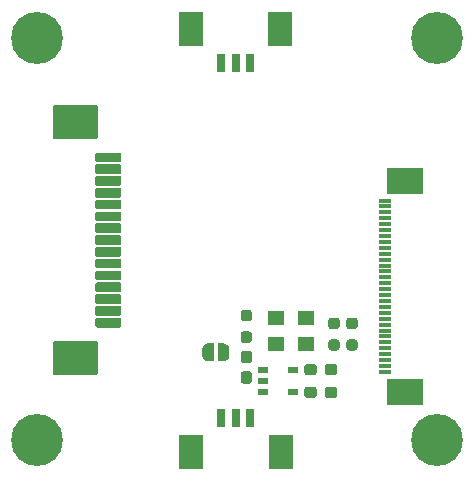
<source format=gbr>
%TF.GenerationSoftware,KiCad,Pcbnew,5.1.12-84ad8e8a86~92~ubuntu18.04.1*%
%TF.CreationDate,2023-09-10T20:05:29+07:00*%
%TF.ProjectId,RPi_FFC_15P-EYECLOUDAI_2MGSMOD_AR0234-ADAPTER,5250695f-4646-4435-9f31-35502d455945,rev?*%
%TF.SameCoordinates,Original*%
%TF.FileFunction,Soldermask,Top*%
%TF.FilePolarity,Negative*%
%FSLAX46Y46*%
G04 Gerber Fmt 4.6, Leading zero omitted, Abs format (unit mm)*
G04 Created by KiCad (PCBNEW 5.1.12-84ad8e8a86~92~ubuntu18.04.1) date 2023-09-10 20:05:29*
%MOMM*%
%LPD*%
G01*
G04 APERTURE LIST*
%ADD10R,1.100000X0.300000*%
%ADD11R,3.100000X2.300000*%
%ADD12R,1.400000X1.200000*%
%ADD13R,0.952500X0.508000*%
%ADD14R,2.100000X3.000000*%
%ADD15R,0.800000X1.600000*%
%ADD16C,0.100000*%
%ADD17C,4.400000*%
G04 APERTURE END LIST*
%TO.C,J1*%
G36*
G01*
X110099600Y-103113000D02*
X112099600Y-103113000D01*
G75*
G02*
X112201600Y-103215000I0J-102000D01*
G01*
X112201600Y-103825000D01*
G75*
G02*
X112099600Y-103927000I-102000J0D01*
G01*
X110099600Y-103927000D01*
G75*
G02*
X109997600Y-103825000I0J102000D01*
G01*
X109997600Y-103215000D01*
G75*
G02*
X110099600Y-103113000I102000J0D01*
G01*
G37*
G36*
G01*
X110099600Y-102113000D02*
X112099600Y-102113000D01*
G75*
G02*
X112201600Y-102215000I0J-102000D01*
G01*
X112201600Y-102825000D01*
G75*
G02*
X112099600Y-102927000I-102000J0D01*
G01*
X110099600Y-102927000D01*
G75*
G02*
X109997600Y-102825000I0J102000D01*
G01*
X109997600Y-102215000D01*
G75*
G02*
X110099600Y-102113000I102000J0D01*
G01*
G37*
G36*
G01*
X110099600Y-101113000D02*
X112099600Y-101113000D01*
G75*
G02*
X112201600Y-101215000I0J-102000D01*
G01*
X112201600Y-101825000D01*
G75*
G02*
X112099600Y-101927000I-102000J0D01*
G01*
X110099600Y-101927000D01*
G75*
G02*
X109997600Y-101825000I0J102000D01*
G01*
X109997600Y-101215000D01*
G75*
G02*
X110099600Y-101113000I102000J0D01*
G01*
G37*
G36*
G01*
X110099600Y-100113000D02*
X112099600Y-100113000D01*
G75*
G02*
X112201600Y-100215000I0J-102000D01*
G01*
X112201600Y-100825000D01*
G75*
G02*
X112099600Y-100927000I-102000J0D01*
G01*
X110099600Y-100927000D01*
G75*
G02*
X109997600Y-100825000I0J102000D01*
G01*
X109997600Y-100215000D01*
G75*
G02*
X110099600Y-100113000I102000J0D01*
G01*
G37*
G36*
G01*
X110099600Y-99113000D02*
X112099600Y-99113000D01*
G75*
G02*
X112201600Y-99215000I0J-102000D01*
G01*
X112201600Y-99825000D01*
G75*
G02*
X112099600Y-99927000I-102000J0D01*
G01*
X110099600Y-99927000D01*
G75*
G02*
X109997600Y-99825000I0J102000D01*
G01*
X109997600Y-99215000D01*
G75*
G02*
X110099600Y-99113000I102000J0D01*
G01*
G37*
G36*
G01*
X110099600Y-98113000D02*
X112099600Y-98113000D01*
G75*
G02*
X112201600Y-98215000I0J-102000D01*
G01*
X112201600Y-98825000D01*
G75*
G02*
X112099600Y-98927000I-102000J0D01*
G01*
X110099600Y-98927000D01*
G75*
G02*
X109997600Y-98825000I0J102000D01*
G01*
X109997600Y-98215000D01*
G75*
G02*
X110099600Y-98113000I102000J0D01*
G01*
G37*
G36*
G01*
X110099600Y-97113000D02*
X112099600Y-97113000D01*
G75*
G02*
X112201600Y-97215000I0J-102000D01*
G01*
X112201600Y-97825000D01*
G75*
G02*
X112099600Y-97927000I-102000J0D01*
G01*
X110099600Y-97927000D01*
G75*
G02*
X109997600Y-97825000I0J102000D01*
G01*
X109997600Y-97215000D01*
G75*
G02*
X110099600Y-97113000I102000J0D01*
G01*
G37*
G36*
G01*
X110099600Y-96113000D02*
X112099600Y-96113000D01*
G75*
G02*
X112201600Y-96215000I0J-102000D01*
G01*
X112201600Y-96825000D01*
G75*
G02*
X112099600Y-96927000I-102000J0D01*
G01*
X110099600Y-96927000D01*
G75*
G02*
X109997600Y-96825000I0J102000D01*
G01*
X109997600Y-96215000D01*
G75*
G02*
X110099600Y-96113000I102000J0D01*
G01*
G37*
G36*
G01*
X110099600Y-95113000D02*
X112099600Y-95113000D01*
G75*
G02*
X112201600Y-95215000I0J-102000D01*
G01*
X112201600Y-95825000D01*
G75*
G02*
X112099600Y-95927000I-102000J0D01*
G01*
X110099600Y-95927000D01*
G75*
G02*
X109997600Y-95825000I0J102000D01*
G01*
X109997600Y-95215000D01*
G75*
G02*
X110099600Y-95113000I102000J0D01*
G01*
G37*
G36*
G01*
X110099600Y-89113000D02*
X112099600Y-89113000D01*
G75*
G02*
X112201600Y-89215000I0J-102000D01*
G01*
X112201600Y-89825000D01*
G75*
G02*
X112099600Y-89927000I-102000J0D01*
G01*
X110099600Y-89927000D01*
G75*
G02*
X109997600Y-89825000I0J102000D01*
G01*
X109997600Y-89215000D01*
G75*
G02*
X110099600Y-89113000I102000J0D01*
G01*
G37*
G36*
G01*
X110099600Y-90113000D02*
X112099600Y-90113000D01*
G75*
G02*
X112201600Y-90215000I0J-102000D01*
G01*
X112201600Y-90825000D01*
G75*
G02*
X112099600Y-90927000I-102000J0D01*
G01*
X110099600Y-90927000D01*
G75*
G02*
X109997600Y-90825000I0J102000D01*
G01*
X109997600Y-90215000D01*
G75*
G02*
X110099600Y-90113000I102000J0D01*
G01*
G37*
G36*
G01*
X106499600Y-85088000D02*
X110099600Y-85088000D01*
G75*
G02*
X110201600Y-85190000I0J-102000D01*
G01*
X110201600Y-87870000D01*
G75*
G02*
X110099600Y-87972000I-102000J0D01*
G01*
X106499600Y-87972000D01*
G75*
G02*
X106397600Y-87870000I0J102000D01*
G01*
X106397600Y-85190000D01*
G75*
G02*
X106499600Y-85088000I102000J0D01*
G01*
G37*
G36*
G01*
X106499600Y-105068000D02*
X110099600Y-105068000D01*
G75*
G02*
X110201600Y-105170000I0J-102000D01*
G01*
X110201600Y-107850000D01*
G75*
G02*
X110099600Y-107952000I-102000J0D01*
G01*
X106499600Y-107952000D01*
G75*
G02*
X106397600Y-107850000I0J102000D01*
G01*
X106397600Y-105170000D01*
G75*
G02*
X106499600Y-105068000I102000J0D01*
G01*
G37*
G36*
G01*
X110099600Y-91113000D02*
X112099600Y-91113000D01*
G75*
G02*
X112201600Y-91215000I0J-102000D01*
G01*
X112201600Y-91825000D01*
G75*
G02*
X112099600Y-91927000I-102000J0D01*
G01*
X110099600Y-91927000D01*
G75*
G02*
X109997600Y-91825000I0J102000D01*
G01*
X109997600Y-91215000D01*
G75*
G02*
X110099600Y-91113000I102000J0D01*
G01*
G37*
G36*
G01*
X110099600Y-94113000D02*
X112099600Y-94113000D01*
G75*
G02*
X112201600Y-94215000I0J-102000D01*
G01*
X112201600Y-94825000D01*
G75*
G02*
X112099600Y-94927000I-102000J0D01*
G01*
X110099600Y-94927000D01*
G75*
G02*
X109997600Y-94825000I0J102000D01*
G01*
X109997600Y-94215000D01*
G75*
G02*
X110099600Y-94113000I102000J0D01*
G01*
G37*
G36*
G01*
X110099600Y-92113000D02*
X112099600Y-92113000D01*
G75*
G02*
X112201600Y-92215000I0J-102000D01*
G01*
X112201600Y-92825000D01*
G75*
G02*
X112099600Y-92927000I-102000J0D01*
G01*
X110099600Y-92927000D01*
G75*
G02*
X109997600Y-92825000I0J102000D01*
G01*
X109997600Y-92215000D01*
G75*
G02*
X110099600Y-92113000I102000J0D01*
G01*
G37*
G36*
G01*
X110099600Y-93113000D02*
X112099600Y-93113000D01*
G75*
G02*
X112201600Y-93215000I0J-102000D01*
G01*
X112201600Y-93825000D01*
G75*
G02*
X112099600Y-93927000I-102000J0D01*
G01*
X110099600Y-93927000D01*
G75*
G02*
X109997600Y-93825000I0J102000D01*
G01*
X109997600Y-93215000D01*
G75*
G02*
X110099600Y-93113000I102000J0D01*
G01*
G37*
%TD*%
D10*
%TO.C,J2*%
X134518400Y-93181600D03*
X134518400Y-93681600D03*
X134518400Y-94181600D03*
X134518400Y-94681600D03*
X134518400Y-95181600D03*
X134518400Y-95681600D03*
X134518400Y-96181600D03*
X134518400Y-96681600D03*
X134518400Y-97181600D03*
X134518400Y-97681600D03*
X134518400Y-98181600D03*
X134518400Y-98681600D03*
X134518400Y-99181600D03*
X134518400Y-99681600D03*
X134518400Y-100181600D03*
X134518400Y-100681600D03*
X134518400Y-101181600D03*
X134518400Y-101681600D03*
X134518400Y-102181600D03*
X134518400Y-102681600D03*
X134518400Y-103181600D03*
X134518400Y-103681600D03*
X134518400Y-104181600D03*
X134518400Y-104681600D03*
D11*
X136218400Y-109351600D03*
X136218400Y-91511600D03*
D10*
X134518400Y-105181600D03*
X134518400Y-105681600D03*
X134518400Y-106181600D03*
X134518400Y-106681600D03*
X134518400Y-107181600D03*
X134518400Y-107681600D03*
%TD*%
D12*
%TO.C,X1*%
X125272800Y-103090800D03*
X127812800Y-103090800D03*
X127812800Y-105290800D03*
X125272800Y-105290800D03*
%TD*%
D13*
%TO.C,U1*%
X126701550Y-107507999D03*
X126701550Y-109408001D03*
X124148850Y-109408001D03*
X124148850Y-108458000D03*
X124148850Y-107507999D03*
%TD*%
%TO.C,R3*%
G36*
G01*
X131486900Y-104920600D02*
X131961900Y-104920600D01*
G75*
G02*
X132199400Y-105158100I0J-237500D01*
G01*
X132199400Y-105658100D01*
G75*
G02*
X131961900Y-105895600I-237500J0D01*
G01*
X131486900Y-105895600D01*
G75*
G02*
X131249400Y-105658100I0J237500D01*
G01*
X131249400Y-105158100D01*
G75*
G02*
X131486900Y-104920600I237500J0D01*
G01*
G37*
G36*
G01*
X131486900Y-103095600D02*
X131961900Y-103095600D01*
G75*
G02*
X132199400Y-103333100I0J-237500D01*
G01*
X132199400Y-103833100D01*
G75*
G02*
X131961900Y-104070600I-237500J0D01*
G01*
X131486900Y-104070600D01*
G75*
G02*
X131249400Y-103833100I0J237500D01*
G01*
X131249400Y-103333100D01*
G75*
G02*
X131486900Y-103095600I237500J0D01*
G01*
G37*
%TD*%
%TO.C,R2*%
G36*
G01*
X130437900Y-104070600D02*
X129962900Y-104070600D01*
G75*
G02*
X129725400Y-103833100I0J237500D01*
G01*
X129725400Y-103333100D01*
G75*
G02*
X129962900Y-103095600I237500J0D01*
G01*
X130437900Y-103095600D01*
G75*
G02*
X130675400Y-103333100I0J-237500D01*
G01*
X130675400Y-103833100D01*
G75*
G02*
X130437900Y-104070600I-237500J0D01*
G01*
G37*
G36*
G01*
X130437900Y-105895600D02*
X129962900Y-105895600D01*
G75*
G02*
X129725400Y-105658100I0J237500D01*
G01*
X129725400Y-105158100D01*
G75*
G02*
X129962900Y-104920600I237500J0D01*
G01*
X130437900Y-104920600D01*
G75*
G02*
X130675400Y-105158100I0J-237500D01*
G01*
X130675400Y-105658100D01*
G75*
G02*
X130437900Y-105895600I-237500J0D01*
G01*
G37*
%TD*%
%TO.C,R1*%
G36*
G01*
X123021100Y-103410200D02*
X122546100Y-103410200D01*
G75*
G02*
X122308600Y-103172700I0J237500D01*
G01*
X122308600Y-102672700D01*
G75*
G02*
X122546100Y-102435200I237500J0D01*
G01*
X123021100Y-102435200D01*
G75*
G02*
X123258600Y-102672700I0J-237500D01*
G01*
X123258600Y-103172700D01*
G75*
G02*
X123021100Y-103410200I-237500J0D01*
G01*
G37*
G36*
G01*
X123021100Y-105235200D02*
X122546100Y-105235200D01*
G75*
G02*
X122308600Y-104997700I0J237500D01*
G01*
X122308600Y-104497700D01*
G75*
G02*
X122546100Y-104260200I237500J0D01*
G01*
X123021100Y-104260200D01*
G75*
G02*
X123258600Y-104497700I0J-237500D01*
G01*
X123258600Y-104997700D01*
G75*
G02*
X123021100Y-105235200I-237500J0D01*
G01*
G37*
%TD*%
%TO.C,C3*%
G36*
G01*
X129407800Y-107730300D02*
X129407800Y-107255300D01*
G75*
G02*
X129645300Y-107017800I237500J0D01*
G01*
X130245300Y-107017800D01*
G75*
G02*
X130482800Y-107255300I0J-237500D01*
G01*
X130482800Y-107730300D01*
G75*
G02*
X130245300Y-107967800I-237500J0D01*
G01*
X129645300Y-107967800D01*
G75*
G02*
X129407800Y-107730300I0J237500D01*
G01*
G37*
G36*
G01*
X127682800Y-107730300D02*
X127682800Y-107255300D01*
G75*
G02*
X127920300Y-107017800I237500J0D01*
G01*
X128520300Y-107017800D01*
G75*
G02*
X128757800Y-107255300I0J-237500D01*
G01*
X128757800Y-107730300D01*
G75*
G02*
X128520300Y-107967800I-237500J0D01*
G01*
X127920300Y-107967800D01*
G75*
G02*
X127682800Y-107730300I0J237500D01*
G01*
G37*
%TD*%
%TO.C,C2*%
G36*
G01*
X129407800Y-109660700D02*
X129407800Y-109185700D01*
G75*
G02*
X129645300Y-108948200I237500J0D01*
G01*
X130245300Y-108948200D01*
G75*
G02*
X130482800Y-109185700I0J-237500D01*
G01*
X130482800Y-109660700D01*
G75*
G02*
X130245300Y-109898200I-237500J0D01*
G01*
X129645300Y-109898200D01*
G75*
G02*
X129407800Y-109660700I0J237500D01*
G01*
G37*
G36*
G01*
X127682800Y-109660700D02*
X127682800Y-109185700D01*
G75*
G02*
X127920300Y-108948200I237500J0D01*
G01*
X128520300Y-108948200D01*
G75*
G02*
X128757800Y-109185700I0J-237500D01*
G01*
X128757800Y-109660700D01*
G75*
G02*
X128520300Y-109898200I-237500J0D01*
G01*
X127920300Y-109898200D01*
G75*
G02*
X127682800Y-109660700I0J237500D01*
G01*
G37*
%TD*%
%TO.C,C1*%
G36*
G01*
X122546100Y-107614600D02*
X123021100Y-107614600D01*
G75*
G02*
X123258600Y-107852100I0J-237500D01*
G01*
X123258600Y-108452100D01*
G75*
G02*
X123021100Y-108689600I-237500J0D01*
G01*
X122546100Y-108689600D01*
G75*
G02*
X122308600Y-108452100I0J237500D01*
G01*
X122308600Y-107852100D01*
G75*
G02*
X122546100Y-107614600I237500J0D01*
G01*
G37*
G36*
G01*
X122546100Y-105889600D02*
X123021100Y-105889600D01*
G75*
G02*
X123258600Y-106127100I0J-237500D01*
G01*
X123258600Y-106727100D01*
G75*
G02*
X123021100Y-106964600I-237500J0D01*
G01*
X122546100Y-106964600D01*
G75*
G02*
X122308600Y-106727100I0J237500D01*
G01*
X122308600Y-106127100D01*
G75*
G02*
X122546100Y-105889600I237500J0D01*
G01*
G37*
%TD*%
D14*
%TO.C,P2*%
X125679200Y-114452400D03*
X118079200Y-114452400D03*
D15*
X123129200Y-111552400D03*
X121879200Y-111552400D03*
X120629200Y-111552400D03*
%TD*%
D16*
%TO.C,JP1*%
G36*
X119542800Y-106768998D02*
G01*
X119518266Y-106768998D01*
X119469435Y-106764188D01*
X119421310Y-106754616D01*
X119374355Y-106740372D01*
X119329022Y-106721595D01*
X119285749Y-106698464D01*
X119244950Y-106671204D01*
X119207021Y-106640076D01*
X119172324Y-106605379D01*
X119141196Y-106567450D01*
X119113936Y-106526651D01*
X119090805Y-106483378D01*
X119072028Y-106438045D01*
X119057784Y-106391090D01*
X119048212Y-106342965D01*
X119043402Y-106294134D01*
X119043402Y-106269600D01*
X119042800Y-106269600D01*
X119042800Y-105769600D01*
X119043402Y-105769600D01*
X119043402Y-105745066D01*
X119048212Y-105696235D01*
X119057784Y-105648110D01*
X119072028Y-105601155D01*
X119090805Y-105555822D01*
X119113936Y-105512549D01*
X119141196Y-105471750D01*
X119172324Y-105433821D01*
X119207021Y-105399124D01*
X119244950Y-105367996D01*
X119285749Y-105340736D01*
X119329022Y-105317605D01*
X119374355Y-105298828D01*
X119421310Y-105284584D01*
X119469435Y-105275012D01*
X119518266Y-105270202D01*
X119542800Y-105270202D01*
X119542800Y-105269600D01*
X120042800Y-105269600D01*
X120042800Y-106769600D01*
X119542800Y-106769600D01*
X119542800Y-106768998D01*
G37*
G36*
X120342800Y-105269600D02*
G01*
X120842800Y-105269600D01*
X120842800Y-105270202D01*
X120867334Y-105270202D01*
X120916165Y-105275012D01*
X120964290Y-105284584D01*
X121011245Y-105298828D01*
X121056578Y-105317605D01*
X121099851Y-105340736D01*
X121140650Y-105367996D01*
X121178579Y-105399124D01*
X121213276Y-105433821D01*
X121244404Y-105471750D01*
X121271664Y-105512549D01*
X121294795Y-105555822D01*
X121313572Y-105601155D01*
X121327816Y-105648110D01*
X121337388Y-105696235D01*
X121342198Y-105745066D01*
X121342198Y-105769600D01*
X121342800Y-105769600D01*
X121342800Y-106269600D01*
X121342198Y-106269600D01*
X121342198Y-106294134D01*
X121337388Y-106342965D01*
X121327816Y-106391090D01*
X121313572Y-106438045D01*
X121294795Y-106483378D01*
X121271664Y-106526651D01*
X121244404Y-106567450D01*
X121213276Y-106605379D01*
X121178579Y-106640076D01*
X121140650Y-106671204D01*
X121099851Y-106698464D01*
X121056578Y-106721595D01*
X121011245Y-106740372D01*
X120964290Y-106754616D01*
X120916165Y-106764188D01*
X120867334Y-106768998D01*
X120842800Y-106768998D01*
X120842800Y-106769600D01*
X120342800Y-106769600D01*
X120342800Y-105269600D01*
G37*
%TD*%
D14*
%TO.C,P1*%
X118069200Y-78659400D03*
X125669200Y-78659400D03*
D15*
X120619200Y-81559400D03*
X121869200Y-81559400D03*
X123119200Y-81559400D03*
%TD*%
D17*
%TO.C,H4*%
X138917680Y-79413100D03*
%TD*%
%TO.C,H3*%
X138917680Y-113489740D03*
%TD*%
%TO.C,H2*%
X105079800Y-113489740D03*
%TD*%
%TO.C,H1*%
X105079800Y-79413100D03*
%TD*%
M02*

</source>
